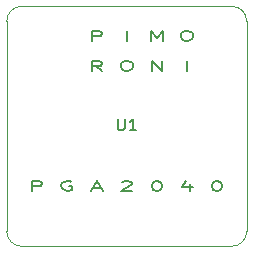
<source format=gbr>
%TF.GenerationSoftware,KiCad,Pcbnew,(5.1.9)-1*%
%TF.CreationDate,2021-10-01T21:52:25+09:00*%
%TF.ProjectId,main,6d61696e-2e6b-4696-9361-645f70636258,1*%
%TF.SameCoordinates,Original*%
%TF.FileFunction,Legend,Top*%
%TF.FilePolarity,Positive*%
%FSLAX46Y46*%
G04 Gerber Fmt 4.6, Leading zero omitted, Abs format (unit mm)*
G04 Created by KiCad (PCBNEW (5.1.9)-1) date 2021-10-01 21:52:25*
%MOMM*%
%LPD*%
G01*
G04 APERTURE LIST*
%ADD10C,0.120000*%
%ADD11C,0.150000*%
%ADD12C,0.200000*%
G04 APERTURE END LIST*
D10*
%TO.C,U1*%
X309515000Y-193300000D02*
X309515000Y-175520000D01*
X328565000Y-194570000D02*
X310785000Y-194570000D01*
X329835000Y-175520000D02*
X329835000Y-193300000D01*
X328565000Y-174250000D02*
X310785000Y-174250000D01*
X310785000Y-174250000D02*
G75*
G03*
X309515000Y-175520000I0J-1270000D01*
G01*
X309515000Y-193300000D02*
G75*
G03*
X310785000Y-194570000I1270000J0D01*
G01*
X328565000Y-194570000D02*
G75*
G03*
X329835000Y-193300000I0J1270000D01*
G01*
X329835000Y-175520000D02*
G75*
G03*
X328565000Y-174250000I-1270000J0D01*
G01*
D11*
X318913095Y-183762380D02*
X318913095Y-184571904D01*
X318960714Y-184667142D01*
X319008333Y-184714761D01*
X319103571Y-184762380D01*
X319294047Y-184762380D01*
X319389285Y-184714761D01*
X319436904Y-184667142D01*
X319484523Y-184571904D01*
X319484523Y-183762380D01*
X320484523Y-184762380D02*
X319913095Y-184762380D01*
X320198809Y-184762380D02*
X320198809Y-183762380D01*
X320103571Y-183905238D01*
X320008333Y-184000476D01*
X319913095Y-184048095D01*
D12*
X327223571Y-189051904D02*
X327366428Y-189051904D01*
X327509285Y-189090000D01*
X327580714Y-189128095D01*
X327652142Y-189204285D01*
X327723571Y-189356666D01*
X327723571Y-189547142D01*
X327652142Y-189699523D01*
X327580714Y-189775714D01*
X327509285Y-189813809D01*
X327366428Y-189851904D01*
X327223571Y-189851904D01*
X327080714Y-189813809D01*
X327009285Y-189775714D01*
X326937857Y-189699523D01*
X326866428Y-189547142D01*
X326866428Y-189356666D01*
X326937857Y-189204285D01*
X327009285Y-189128095D01*
X327080714Y-189090000D01*
X327223571Y-189051904D01*
X325040714Y-189318571D02*
X325040714Y-189851904D01*
X324683571Y-189013809D02*
X324326428Y-189585238D01*
X325255000Y-189585238D01*
X322143571Y-189051904D02*
X322286428Y-189051904D01*
X322429285Y-189090000D01*
X322500714Y-189128095D01*
X322572142Y-189204285D01*
X322643571Y-189356666D01*
X322643571Y-189547142D01*
X322572142Y-189699523D01*
X322500714Y-189775714D01*
X322429285Y-189813809D01*
X322286428Y-189851904D01*
X322143571Y-189851904D01*
X322000714Y-189813809D01*
X321929285Y-189775714D01*
X321857857Y-189699523D01*
X321786428Y-189547142D01*
X321786428Y-189356666D01*
X321857857Y-189204285D01*
X321929285Y-189128095D01*
X322000714Y-189090000D01*
X322143571Y-189051904D01*
X319246428Y-189128095D02*
X319317857Y-189090000D01*
X319460714Y-189051904D01*
X319817857Y-189051904D01*
X319960714Y-189090000D01*
X320032142Y-189128095D01*
X320103571Y-189204285D01*
X320103571Y-189280476D01*
X320032142Y-189394761D01*
X319175000Y-189851904D01*
X320103571Y-189851904D01*
X316777857Y-189623333D02*
X317492142Y-189623333D01*
X316635000Y-189851904D02*
X317135000Y-189051904D01*
X317635000Y-189851904D01*
X314987857Y-189090000D02*
X314845000Y-189051904D01*
X314630714Y-189051904D01*
X314416428Y-189090000D01*
X314273571Y-189166190D01*
X314202142Y-189242380D01*
X314130714Y-189394761D01*
X314130714Y-189509047D01*
X314202142Y-189661428D01*
X314273571Y-189737619D01*
X314416428Y-189813809D01*
X314630714Y-189851904D01*
X314773571Y-189851904D01*
X314987857Y-189813809D01*
X315059285Y-189775714D01*
X315059285Y-189509047D01*
X314773571Y-189509047D01*
X311662142Y-189851904D02*
X311662142Y-189051904D01*
X312233571Y-189051904D01*
X312376428Y-189090000D01*
X312447857Y-189128095D01*
X312519285Y-189204285D01*
X312519285Y-189318571D01*
X312447857Y-189394761D01*
X312376428Y-189432857D01*
X312233571Y-189470952D01*
X311662142Y-189470952D01*
X324755000Y-179691904D02*
X324755000Y-178891904D01*
X321786428Y-179691904D02*
X321786428Y-178891904D01*
X322643571Y-179691904D01*
X322643571Y-178891904D01*
X319532142Y-178891904D02*
X319817857Y-178891904D01*
X319960714Y-178930000D01*
X320103571Y-179006190D01*
X320175000Y-179158571D01*
X320175000Y-179425238D01*
X320103571Y-179577619D01*
X319960714Y-179653809D01*
X319817857Y-179691904D01*
X319532142Y-179691904D01*
X319389285Y-179653809D01*
X319246428Y-179577619D01*
X319175000Y-179425238D01*
X319175000Y-179158571D01*
X319246428Y-179006190D01*
X319389285Y-178930000D01*
X319532142Y-178891904D01*
X317599285Y-179691904D02*
X317099285Y-179310952D01*
X316742142Y-179691904D02*
X316742142Y-178891904D01*
X317313571Y-178891904D01*
X317456428Y-178930000D01*
X317527857Y-178968095D01*
X317599285Y-179044285D01*
X317599285Y-179158571D01*
X317527857Y-179234761D01*
X317456428Y-179272857D01*
X317313571Y-179310952D01*
X316742142Y-179310952D01*
X324612142Y-176351904D02*
X324897857Y-176351904D01*
X325040714Y-176390000D01*
X325183571Y-176466190D01*
X325255000Y-176618571D01*
X325255000Y-176885238D01*
X325183571Y-177037619D01*
X325040714Y-177113809D01*
X324897857Y-177151904D01*
X324612142Y-177151904D01*
X324469285Y-177113809D01*
X324326428Y-177037619D01*
X324255000Y-176885238D01*
X324255000Y-176618571D01*
X324326428Y-176466190D01*
X324469285Y-176390000D01*
X324612142Y-176351904D01*
X321715000Y-177151904D02*
X321715000Y-176351904D01*
X322215000Y-176923333D01*
X322715000Y-176351904D01*
X322715000Y-177151904D01*
X319675000Y-177151904D02*
X319675000Y-176351904D01*
X316742142Y-177151904D02*
X316742142Y-176351904D01*
X317313571Y-176351904D01*
X317456428Y-176390000D01*
X317527857Y-176428095D01*
X317599285Y-176504285D01*
X317599285Y-176618571D01*
X317527857Y-176694761D01*
X317456428Y-176732857D01*
X317313571Y-176770952D01*
X316742142Y-176770952D01*
%TD*%
M02*

</source>
